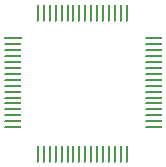
<source format=gtp>
G04 (created by PCBNEW-RS274X (2011-11-30 BZR 3250)-stable) date Mon 09 Jan 2012 02:26:34 AM UTC*
G01*
G70*
G90*
%MOIN*%
G04 Gerber Fmt 3.4, Leading zero omitted, Abs format*
%FSLAX34Y34*%
G04 APERTURE LIST*
%ADD10C,0.006000*%
%ADD11R,0.060000X0.009800*%
%ADD12O,0.060000X0.009800*%
%ADD13O,0.009800X0.060000*%
G04 APERTURE END LIST*
G54D10*
G54D11*
X68185Y-43831D03*
G54D12*
X68185Y-44028D03*
X68185Y-44225D03*
X68185Y-44422D03*
X68185Y-44619D03*
X68185Y-44815D03*
X68185Y-45012D03*
X68185Y-45209D03*
X68185Y-45406D03*
X68185Y-45603D03*
X68185Y-45800D03*
X68185Y-45996D03*
X68185Y-46193D03*
X68185Y-46390D03*
X68185Y-46587D03*
X68185Y-46784D03*
G54D13*
X69020Y-47682D03*
X69217Y-47682D03*
X69414Y-47682D03*
X69611Y-47682D03*
X69808Y-47682D03*
X70004Y-47682D03*
X70201Y-47682D03*
X70398Y-47682D03*
X70595Y-47682D03*
X70792Y-47682D03*
X70989Y-47682D03*
X71185Y-47682D03*
X71382Y-47682D03*
X71579Y-47682D03*
X71776Y-47682D03*
X71973Y-47682D03*
G54D12*
X72871Y-46784D03*
X72871Y-46587D03*
X72871Y-46390D03*
X72871Y-46193D03*
X72871Y-45996D03*
X72871Y-45800D03*
X72871Y-45603D03*
X72871Y-45406D03*
X72871Y-45209D03*
X72871Y-45012D03*
X72871Y-44815D03*
X72871Y-44619D03*
X72871Y-44422D03*
X72871Y-44225D03*
X72871Y-44028D03*
X72871Y-43831D03*
G54D13*
X71973Y-42996D03*
X71776Y-42996D03*
X71382Y-42996D03*
X71579Y-42989D03*
X71185Y-42996D03*
X70989Y-42996D03*
X70792Y-42996D03*
X70595Y-42996D03*
X70398Y-42996D03*
X70201Y-42996D03*
X70007Y-42996D03*
X69810Y-42996D03*
X69613Y-42996D03*
X69416Y-42996D03*
X69220Y-42996D03*
X69023Y-42996D03*
M02*

</source>
